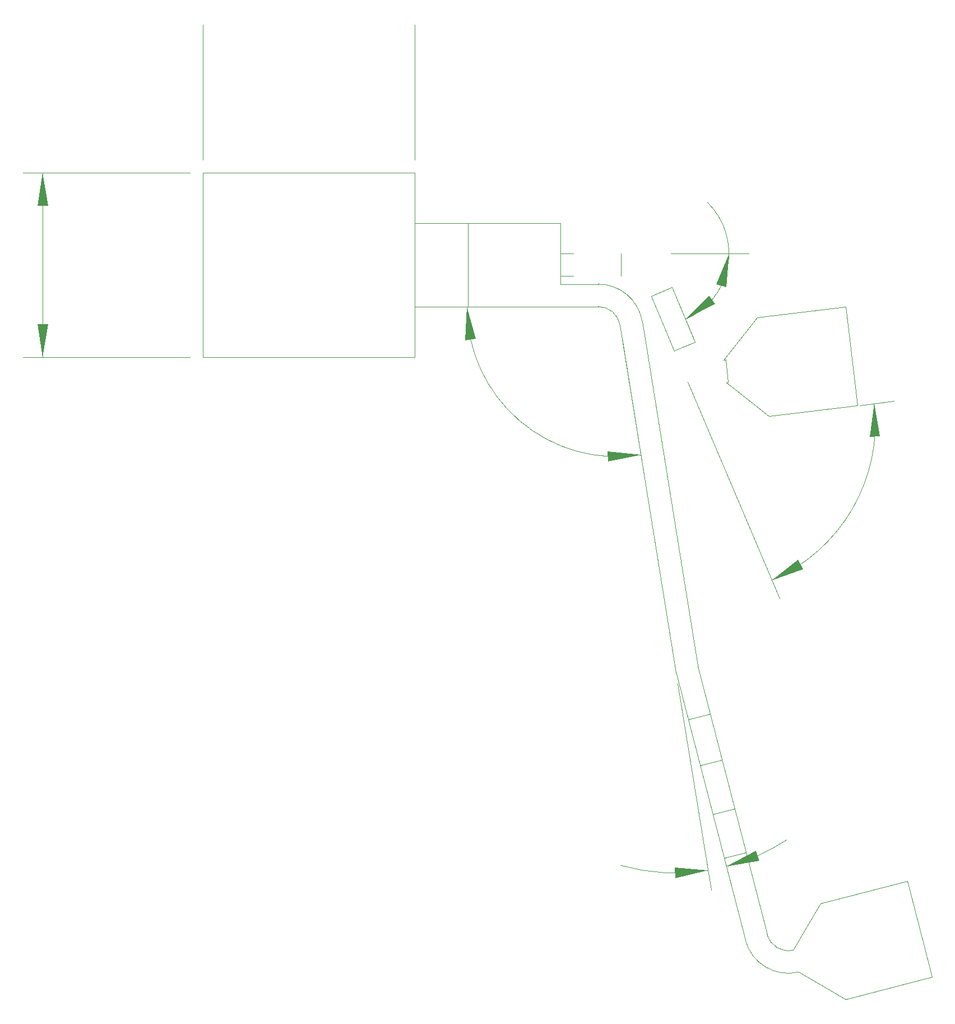
<source format=gbr>
*
G4_C Author: OrCAD GerbTool(tm) 8.1.1 Thu Jun 19 00:04:30 2003*
%LPD*%
%FSLAX34Y34*%
%MOIN*%
%AD*%
%ADD10R,0.050000X0.050000*%
%ADD11C,0.006000*%
%ADD12C,0.019000*%
%ADD13C,0.007900*%
%ADD14C,0.005000*%
%ADD15C,0.000800*%
%ADD16R,0.070000X0.025000*%
%ADD17R,0.068000X0.023000*%
%ADD18C,0.006000*%
%ADD19C,0.009800*%
%ADD20C,0.010000*%
%ADD21C,0.030000*%
%ADD22C,0.060000*%
%ADD23C,0.035000*%
%ADD24C,0.055000*%
%ADD25C,0.010000*%
%ADD26C,0.015000*%
%ADD27C,0.020000*%
%ADD28C,0.005920*%
%ADD29C,0.207760*%
%ADD30C,0.062980*%
%ADD55C,0.001000*%
%ADD56C,0.001000*%
G4_C OrCAD GerbTool Tool List *
G54D56*
G1X-788Y50945D2*
G1X-10721Y50945D1*
G1X-788Y40000D2*
G1X-10721Y40000D1*
G1X-9540Y50945D2*
G1X-9540Y45472D1*
G1X-9540Y40000D1*
G36*
G54D56*
G1X-9225Y48976D2*
G1X-9540Y50945D1*
G1X-9855Y48976D1*
G1X-9225Y48976D1*
G54D56*
G1X-9855Y41968D2*
G1X-9540Y40000D1*
G1X-9225Y41968D1*
G1X-9855Y41968D1*
G37*
G1X12598Y51732D2*
G1X12598Y59756D1*
G1X-1Y51732D2*
G1X-1Y59756D1*
G1X28188Y43418D2*
G1X29150Y41151D1*
G1X27816Y46150D2*
G1X32458Y46156D1*
G1X28688Y42238D2*
G75*
G3X30017Y49169I-1660J3911D1*
G74*
G36*
G54D56*
G1X28688Y42238D2*
G1X30089Y43656D1*
G1X30462Y43149D1*
G1X28688Y42238D1*
G54D56*
G1X31277Y46154D2*
G1X31134Y44166D1*
G1X30521Y44310D1*
G1X31277Y46154D1*
G37*
G1X28812Y38521D2*
G1X34276Y25645D1*
G1X39057Y37135D2*
G1X41088Y37374D1*
G1X33814Y26733D2*
G75*
G3X38614Y30968I-3956J9322D1*
G3X39915Y37236I-8756J5086D1*
G74*
G36*
G54D56*
G1X33814Y26733D2*
G1X35392Y27951D1*
G1X35694Y27397D1*
G1X33814Y26733D1*
G54D56*
G1X39915Y37236D2*
G1X40269Y35274D1*
G1X39639Y35261D1*
G1X39915Y37236D1*
G37*
G1X20464Y42992D2*
G1X14515Y42992D1*
G1X24920Y41122D2*
G1X26229Y33018D1*
G1X15696Y42992D2*
G75*
G3X18834Y36199I8922J0D1*
G3X26041Y34184I5784J6793D1*
G74*
G36*
G54D56*
G1X15696Y42992D2*
G1X16226Y41070D1*
G1X15600Y41001D1*
G1X15696Y42992D1*
G54D56*
G1X26041Y34184D2*
G1X24090Y33771D1*
G1X24059Y34401D1*
G1X26041Y34184D1*
G37*
G1X28238Y20575D2*
G1X30218Y8312D1*
G1X31186Y9467D2*
G1X31420Y8563D1*
G1X24831Y9780D2*
G75*
G3X30030Y9478I3281J11573D1*
G74*
G1X31124Y9707D2*
G75*
G3X34708Y11293I-3012J11646D1*
G74*
G36*
G54D56*
G1X30030Y9478D2*
G1X28092Y9010D1*
G1X28043Y9638D1*
G1X30030Y9478D1*
G54D56*
G1X31124Y9707D2*
G1X32880Y10651D1*
G1X33087Y10056D1*
G1X31124Y9707D1*
G37*
G1X-1Y50945D2*
G1X-1Y40000D1*
G1X12598Y50945D2*
G1X12598Y47952D1*
G1X12598Y42992D1*
G1X12598Y40000D1*
G1X15739Y47952D2*
G1X15739Y42992D1*
G1X21251Y47952D2*
G1X21251Y46141D1*
G1X21251Y44803D1*
G1X21251Y44330D1*
G1X24850Y46146D2*
G1X24850Y44810D1*
G1X26647Y43616D2*
G1X26647Y43621D1*
G1X28026Y40368D2*
G1X28026Y40373D1*
G1X30950Y39818D2*
G1X30950Y39823D1*
G1X31079Y39833D2*
G1X31079Y39838D1*
G1X31107Y38490D2*
G1X31107Y38496D1*
G1X31235Y38506D2*
G1X31235Y38511D1*
G1X33641Y36493D2*
G1X33641Y36499D1*
G1X38920Y37113D2*
G1X38920Y37119D1*
G1X30950Y39823D2*
G1X32951Y42354D1*
G1X32252Y5346D2*
G1X28134Y21269D1*
G1X33548Y5681D2*
G1X29430Y21604D1*
G1X28099Y21437D2*
G1X24795Y41900D1*
G1X29420Y21651D2*
G1X26116Y42113D1*
G1X31079Y39838D2*
G1X31235Y38511D1*
G1X35103Y4747D2*
G1X36738Y7523D1*
G1X27880Y44143D2*
G1X26647Y43621D1*
G1X29258Y40895D2*
G1X28026Y40373D1*
G1X28026Y40368D2*
G1X26647Y43616D1*
G1X29258Y40895D2*
G1X27880Y44143D1*
G1X41883Y8854D2*
G1X43362Y3136D1*
G1X38920Y37119D2*
G1X38230Y42974D1*
G1X38216Y1806D2*
G1X35426Y3449D1*
G1X33641Y36493D2*
G1X31107Y38490D1*
G1X43362Y3136D2*
G1X38216Y1806D1*
G1X36738Y7523D2*
G1X41883Y8854D1*
G1X32285Y10564D2*
G1X30989Y10229D1*
G1X31615Y13156D2*
G1X30319Y12821D1*
G1X30865Y16057D2*
G1X29569Y15722D1*
G1X30156Y18799D2*
G1X28860Y18464D1*
G1X12598Y40000D2*
G1X-1Y40000D1*
G1X38920Y37113D2*
G1X33641Y36493D1*
G1X31107Y38496D2*
G1X31235Y38511D1*
G1X31079Y39833D2*
G1X30950Y39818D1*
G1X32951Y42354D2*
G1X38230Y42974D1*
G1X23512Y42992D2*
G1X12598Y42992D1*
G1X23512Y44330D2*
G1X21251Y44330D1*
G1X22038Y44803D2*
G1X21252Y44803D1*
G1X22038Y46141D2*
G1X21251Y46141D1*
G1X21251Y47952D2*
G1X12598Y47952D1*
G1X12598Y50945D2*
G1X-1Y50945D1*
G1X29420Y21651D2*
G75*
G3X29430Y21604I505J82D1*
G74*
G1X26116Y42113D2*
G75*
G3X23512Y44330I-2604J-421D1*
G74*
G1X28099Y21437D2*
G75*
G3X28134Y21269I1827J295D1*
G74*
G1X24795Y41900D2*
G75*
G3X23512Y42992I-1283J-207D1*
G74*
G1X32252Y5346D2*
G75*
G3X35442Y3447I2554J660D1*
G74*
G1X33548Y5681D2*
G75*
G3X35104Y4742I1258J325D1*
M2*

</source>
